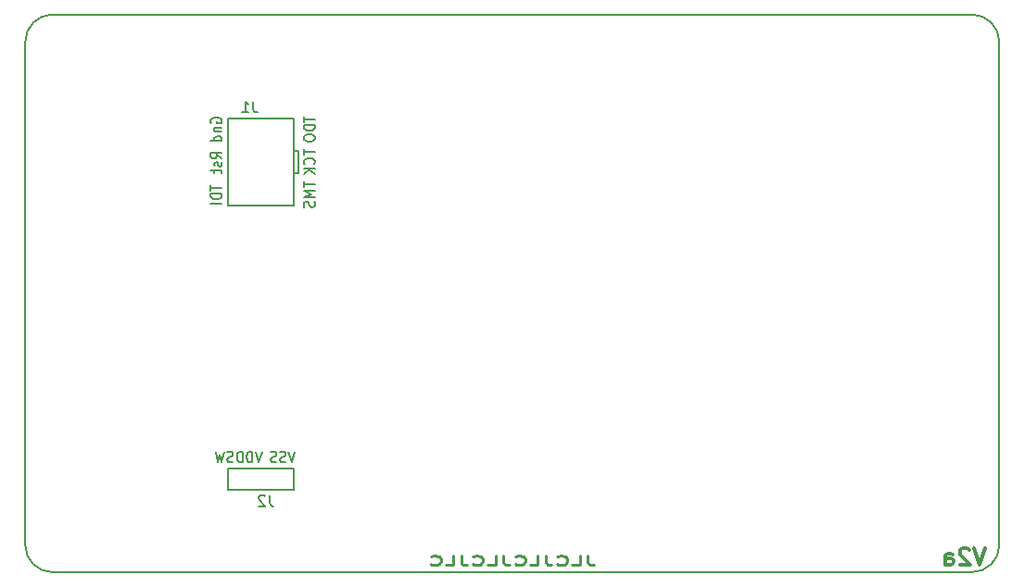
<source format=gbr>
%TF.GenerationSoftware,KiCad,Pcbnew,5.0.1*%
%TF.CreationDate,2019-01-19T09:31:19-06:00*%
%TF.ProjectId,Layout,4C61796F75742E6B696361645F706362,rev?*%
%TF.SameCoordinates,Original*%
%TF.FileFunction,Legend,Bot*%
%TF.FilePolarity,Positive*%
%FSLAX46Y46*%
G04 Gerber Fmt 4.6, Leading zero omitted, Abs format (unit mm)*
G04 Created by KiCad (PCBNEW 5.0.1) date Sat 19 Jan 2019 09:31:19 AM CST*
%MOMM*%
%LPD*%
G01*
G04 APERTURE LIST*
%ADD10C,0.212500*%
%ADD11C,0.300000*%
%ADD12C,0.150000*%
G04 APERTURE END LIST*
D10*
X163392571Y-122978523D02*
X163392571Y-123585666D01*
X163464000Y-123707095D01*
X163606857Y-123788047D01*
X163821142Y-123828523D01*
X163964000Y-123828523D01*
X161964000Y-123828523D02*
X162678285Y-123828523D01*
X162678285Y-122978523D01*
X160606857Y-123747571D02*
X160678285Y-123788047D01*
X160892571Y-123828523D01*
X161035428Y-123828523D01*
X161249714Y-123788047D01*
X161392571Y-123707095D01*
X161464000Y-123626142D01*
X161535428Y-123464238D01*
X161535428Y-123342809D01*
X161464000Y-123180904D01*
X161392571Y-123099952D01*
X161249714Y-123019000D01*
X161035428Y-122978523D01*
X160892571Y-122978523D01*
X160678285Y-123019000D01*
X160606857Y-123059476D01*
X159535428Y-122978523D02*
X159535428Y-123585666D01*
X159606857Y-123707095D01*
X159749714Y-123788047D01*
X159964000Y-123828523D01*
X160106857Y-123828523D01*
X158106857Y-123828523D02*
X158821142Y-123828523D01*
X158821142Y-122978523D01*
X156749714Y-123747571D02*
X156821142Y-123788047D01*
X157035428Y-123828523D01*
X157178285Y-123828523D01*
X157392571Y-123788047D01*
X157535428Y-123707095D01*
X157606857Y-123626142D01*
X157678285Y-123464238D01*
X157678285Y-123342809D01*
X157606857Y-123180904D01*
X157535428Y-123099952D01*
X157392571Y-123019000D01*
X157178285Y-122978523D01*
X157035428Y-122978523D01*
X156821142Y-123019000D01*
X156749714Y-123059476D01*
X155678285Y-122978523D02*
X155678285Y-123585666D01*
X155749714Y-123707095D01*
X155892571Y-123788047D01*
X156106857Y-123828523D01*
X156249714Y-123828523D01*
X154249714Y-123828523D02*
X154964000Y-123828523D01*
X154964000Y-122978523D01*
X152892571Y-123747571D02*
X152964000Y-123788047D01*
X153178285Y-123828523D01*
X153321142Y-123828523D01*
X153535428Y-123788047D01*
X153678285Y-123707095D01*
X153749714Y-123626142D01*
X153821142Y-123464238D01*
X153821142Y-123342809D01*
X153749714Y-123180904D01*
X153678285Y-123099952D01*
X153535428Y-123019000D01*
X153321142Y-122978523D01*
X153178285Y-122978523D01*
X152964000Y-123019000D01*
X152892571Y-123059476D01*
X151821142Y-122978523D02*
X151821142Y-123585666D01*
X151892571Y-123707095D01*
X152035428Y-123788047D01*
X152249714Y-123828523D01*
X152392571Y-123828523D01*
X150392571Y-123828523D02*
X151106857Y-123828523D01*
X151106857Y-122978523D01*
X149035428Y-123747571D02*
X149106857Y-123788047D01*
X149321142Y-123828523D01*
X149464000Y-123828523D01*
X149678285Y-123788047D01*
X149821142Y-123707095D01*
X149892571Y-123626142D01*
X149964000Y-123464238D01*
X149964000Y-123342809D01*
X149892571Y-123180904D01*
X149821142Y-123099952D01*
X149678285Y-123019000D01*
X149464000Y-122978523D01*
X149321142Y-122978523D01*
X149106857Y-123019000D01*
X149035428Y-123059476D01*
D11*
X199662857Y-122288571D02*
X199162857Y-123788571D01*
X198662857Y-122288571D01*
X198234285Y-122431428D02*
X198162857Y-122360000D01*
X198020000Y-122288571D01*
X197662857Y-122288571D01*
X197520000Y-122360000D01*
X197448571Y-122431428D01*
X197377142Y-122574285D01*
X197377142Y-122717142D01*
X197448571Y-122931428D01*
X198305714Y-123788571D01*
X197377142Y-123788571D01*
X196091428Y-123788571D02*
X196091428Y-123002857D01*
X196162857Y-122860000D01*
X196305714Y-122788571D01*
X196591428Y-122788571D01*
X196734285Y-122860000D01*
X196091428Y-123717142D02*
X196234285Y-123788571D01*
X196591428Y-123788571D01*
X196734285Y-123717142D01*
X196805714Y-123574285D01*
X196805714Y-123431428D01*
X196734285Y-123288571D01*
X196591428Y-123217142D01*
X196234285Y-123217142D01*
X196091428Y-123145714D01*
D12*
X112000000Y-122000000D02*
X112000000Y-76000000D01*
X198500000Y-124500000D02*
X114500000Y-124500000D01*
X201000000Y-76000000D02*
X201000000Y-122000000D01*
X114500000Y-73500000D02*
X198500000Y-73500000D01*
X201000000Y-122000000D02*
G75*
G02X198500000Y-124500000I-2500000J0D01*
G01*
X114500000Y-124500000D02*
G75*
G02X112000000Y-122000000I0J2500000D01*
G01*
X112000000Y-76000000D02*
G75*
G02X114500000Y-73500000I2500000J0D01*
G01*
X198500000Y-73500000D02*
G75*
G02X201000000Y-76000000I0J-2500000D01*
G01*
X136500000Y-91000000D02*
X136500000Y-83000000D01*
X136500000Y-83000000D02*
X130500000Y-83000000D01*
X130500000Y-83000000D02*
X130500000Y-91000000D01*
X130500000Y-91000000D02*
X136500000Y-91000000D01*
X136500000Y-88000000D02*
X137000000Y-88000000D01*
X137000000Y-88000000D02*
X137000000Y-86000000D01*
X137000000Y-86000000D02*
X136500000Y-86000000D01*
X136500000Y-115000000D02*
X130500000Y-115000000D01*
X130500000Y-115000000D02*
X130500000Y-117000000D01*
X130500000Y-117000000D02*
X136500000Y-117000000D01*
X136500000Y-117000000D02*
X136500000Y-115000000D01*
X132833333Y-81452380D02*
X132833333Y-82166666D01*
X132880952Y-82309523D01*
X132976190Y-82404761D01*
X133119047Y-82452380D01*
X133214285Y-82452380D01*
X131833333Y-82452380D02*
X132404761Y-82452380D01*
X132119047Y-82452380D02*
X132119047Y-81452380D01*
X132214285Y-81595238D01*
X132309523Y-81690476D01*
X132404761Y-81738095D01*
X137452380Y-88800000D02*
X137452380Y-89314285D01*
X138452380Y-89057142D02*
X137452380Y-89057142D01*
X138452380Y-89614285D02*
X137452380Y-89614285D01*
X138166666Y-89914285D01*
X137452380Y-90214285D01*
X138452380Y-90214285D01*
X138404761Y-90600000D02*
X138452380Y-90728571D01*
X138452380Y-90942857D01*
X138404761Y-91028571D01*
X138357142Y-91071428D01*
X138261904Y-91114285D01*
X138166666Y-91114285D01*
X138071428Y-91071428D01*
X138023809Y-91028571D01*
X137976190Y-90942857D01*
X137928571Y-90771428D01*
X137880952Y-90685714D01*
X137833333Y-90642857D01*
X137738095Y-90600000D01*
X137642857Y-90600000D01*
X137547619Y-90642857D01*
X137500000Y-90685714D01*
X137452380Y-90771428D01*
X137452380Y-90985714D01*
X137500000Y-91114285D01*
X137452380Y-85842857D02*
X137452380Y-86357142D01*
X138452380Y-86100000D02*
X137452380Y-86100000D01*
X138357142Y-87171428D02*
X138404761Y-87128571D01*
X138452380Y-87000000D01*
X138452380Y-86914285D01*
X138404761Y-86785714D01*
X138309523Y-86700000D01*
X138214285Y-86657142D01*
X138023809Y-86614285D01*
X137880952Y-86614285D01*
X137690476Y-86657142D01*
X137595238Y-86700000D01*
X137500000Y-86785714D01*
X137452380Y-86914285D01*
X137452380Y-87000000D01*
X137500000Y-87128571D01*
X137547619Y-87171428D01*
X138452380Y-87557142D02*
X137452380Y-87557142D01*
X138452380Y-88071428D02*
X137880952Y-87685714D01*
X137452380Y-88071428D02*
X138023809Y-87557142D01*
X137452380Y-82821428D02*
X137452380Y-83335714D01*
X138452380Y-83078571D02*
X137452380Y-83078571D01*
X138452380Y-83635714D02*
X137452380Y-83635714D01*
X137452380Y-83850000D01*
X137500000Y-83978571D01*
X137595238Y-84064285D01*
X137690476Y-84107142D01*
X137880952Y-84150000D01*
X138023809Y-84150000D01*
X138214285Y-84107142D01*
X138309523Y-84064285D01*
X138404761Y-83978571D01*
X138452380Y-83850000D01*
X138452380Y-83635714D01*
X137452380Y-84707142D02*
X137452380Y-84878571D01*
X137500000Y-84964285D01*
X137595238Y-85050000D01*
X137785714Y-85092857D01*
X138119047Y-85092857D01*
X138309523Y-85050000D01*
X138404761Y-84964285D01*
X138452380Y-84878571D01*
X138452380Y-84707142D01*
X138404761Y-84621428D01*
X138309523Y-84535714D01*
X138119047Y-84492857D01*
X137785714Y-84492857D01*
X137595238Y-84535714D01*
X137500000Y-84621428D01*
X137452380Y-84707142D01*
X128952380Y-89078571D02*
X128952380Y-89592857D01*
X129952380Y-89335714D02*
X128952380Y-89335714D01*
X129952380Y-89892857D02*
X128952380Y-89892857D01*
X128952380Y-90107142D01*
X129000000Y-90235714D01*
X129095238Y-90321428D01*
X129190476Y-90364285D01*
X129380952Y-90407142D01*
X129523809Y-90407142D01*
X129714285Y-90364285D01*
X129809523Y-90321428D01*
X129904761Y-90235714D01*
X129952380Y-90107142D01*
X129952380Y-89892857D01*
X129952380Y-90792857D02*
X128952380Y-90792857D01*
X129952380Y-86657142D02*
X129476190Y-86357142D01*
X129952380Y-86142857D02*
X128952380Y-86142857D01*
X128952380Y-86485714D01*
X129000000Y-86571428D01*
X129047619Y-86614285D01*
X129142857Y-86657142D01*
X129285714Y-86657142D01*
X129380952Y-86614285D01*
X129428571Y-86571428D01*
X129476190Y-86485714D01*
X129476190Y-86142857D01*
X129904761Y-87000000D02*
X129952380Y-87085714D01*
X129952380Y-87257142D01*
X129904761Y-87342857D01*
X129809523Y-87385714D01*
X129761904Y-87385714D01*
X129666666Y-87342857D01*
X129619047Y-87257142D01*
X129619047Y-87128571D01*
X129571428Y-87042857D01*
X129476190Y-87000000D01*
X129428571Y-87000000D01*
X129333333Y-87042857D01*
X129285714Y-87128571D01*
X129285714Y-87257142D01*
X129333333Y-87342857D01*
X129285714Y-87642857D02*
X129285714Y-87985714D01*
X128952380Y-87771428D02*
X129809523Y-87771428D01*
X129904761Y-87814285D01*
X129952380Y-87900000D01*
X129952380Y-87985714D01*
X129000000Y-83421428D02*
X128952380Y-83335714D01*
X128952380Y-83207142D01*
X129000000Y-83078571D01*
X129095238Y-82992857D01*
X129190476Y-82950000D01*
X129380952Y-82907142D01*
X129523809Y-82907142D01*
X129714285Y-82950000D01*
X129809523Y-82992857D01*
X129904761Y-83078571D01*
X129952380Y-83207142D01*
X129952380Y-83292857D01*
X129904761Y-83421428D01*
X129857142Y-83464285D01*
X129523809Y-83464285D01*
X129523809Y-83292857D01*
X129285714Y-83850000D02*
X129952380Y-83850000D01*
X129380952Y-83850000D02*
X129333333Y-83892857D01*
X129285714Y-83978571D01*
X129285714Y-84107142D01*
X129333333Y-84192857D01*
X129428571Y-84235714D01*
X129952380Y-84235714D01*
X129952380Y-85050000D02*
X128952380Y-85050000D01*
X129904761Y-85050000D02*
X129952380Y-84964285D01*
X129952380Y-84792857D01*
X129904761Y-84707142D01*
X129857142Y-84664285D01*
X129761904Y-84621428D01*
X129476190Y-84621428D01*
X129380952Y-84664285D01*
X129333333Y-84707142D01*
X129285714Y-84792857D01*
X129285714Y-84964285D01*
X129333333Y-85050000D01*
X134333333Y-117452380D02*
X134333333Y-118166666D01*
X134380952Y-118309523D01*
X134476190Y-118404761D01*
X134619047Y-118452380D01*
X134714285Y-118452380D01*
X133904761Y-117547619D02*
X133857142Y-117500000D01*
X133761904Y-117452380D01*
X133523809Y-117452380D01*
X133428571Y-117500000D01*
X133380952Y-117547619D01*
X133333333Y-117642857D01*
X133333333Y-117738095D01*
X133380952Y-117880952D01*
X133952380Y-118452380D01*
X133333333Y-118452380D01*
X136657142Y-113452380D02*
X136357142Y-114452380D01*
X136057142Y-113452380D01*
X135800000Y-114404761D02*
X135671428Y-114452380D01*
X135457142Y-114452380D01*
X135371428Y-114404761D01*
X135328571Y-114357142D01*
X135285714Y-114261904D01*
X135285714Y-114166666D01*
X135328571Y-114071428D01*
X135371428Y-114023809D01*
X135457142Y-113976190D01*
X135628571Y-113928571D01*
X135714285Y-113880952D01*
X135757142Y-113833333D01*
X135800000Y-113738095D01*
X135800000Y-113642857D01*
X135757142Y-113547619D01*
X135714285Y-113500000D01*
X135628571Y-113452380D01*
X135414285Y-113452380D01*
X135285714Y-113500000D01*
X134942857Y-114404761D02*
X134814285Y-114452380D01*
X134600000Y-114452380D01*
X134514285Y-114404761D01*
X134471428Y-114357142D01*
X134428571Y-114261904D01*
X134428571Y-114166666D01*
X134471428Y-114071428D01*
X134514285Y-114023809D01*
X134600000Y-113976190D01*
X134771428Y-113928571D01*
X134857142Y-113880952D01*
X134900000Y-113833333D01*
X134942857Y-113738095D01*
X134942857Y-113642857D01*
X134900000Y-113547619D01*
X134857142Y-113500000D01*
X134771428Y-113452380D01*
X134557142Y-113452380D01*
X134428571Y-113500000D01*
X133642857Y-113452380D02*
X133342857Y-114452380D01*
X133042857Y-113452380D01*
X132742857Y-114452380D02*
X132742857Y-113452380D01*
X132528571Y-113452380D01*
X132400000Y-113500000D01*
X132314285Y-113595238D01*
X132271428Y-113690476D01*
X132228571Y-113880952D01*
X132228571Y-114023809D01*
X132271428Y-114214285D01*
X132314285Y-114309523D01*
X132400000Y-114404761D01*
X132528571Y-114452380D01*
X132742857Y-114452380D01*
X131842857Y-114452380D02*
X131842857Y-113452380D01*
X131628571Y-113452380D01*
X131500000Y-113500000D01*
X131414285Y-113595238D01*
X131371428Y-113690476D01*
X131328571Y-113880952D01*
X131328571Y-114023809D01*
X131371428Y-114214285D01*
X131414285Y-114309523D01*
X131500000Y-114404761D01*
X131628571Y-114452380D01*
X131842857Y-114452380D01*
X130985714Y-114404761D02*
X130857142Y-114452380D01*
X130642857Y-114452380D01*
X130557142Y-114404761D01*
X130514285Y-114357142D01*
X130471428Y-114261904D01*
X130471428Y-114166666D01*
X130514285Y-114071428D01*
X130557142Y-114023809D01*
X130642857Y-113976190D01*
X130814285Y-113928571D01*
X130900000Y-113880952D01*
X130942857Y-113833333D01*
X130985714Y-113738095D01*
X130985714Y-113642857D01*
X130942857Y-113547619D01*
X130900000Y-113500000D01*
X130814285Y-113452380D01*
X130600000Y-113452380D01*
X130471428Y-113500000D01*
X130171428Y-113452380D02*
X129957142Y-114452380D01*
X129785714Y-113738095D01*
X129614285Y-114452380D01*
X129400000Y-113452380D01*
M02*

</source>
